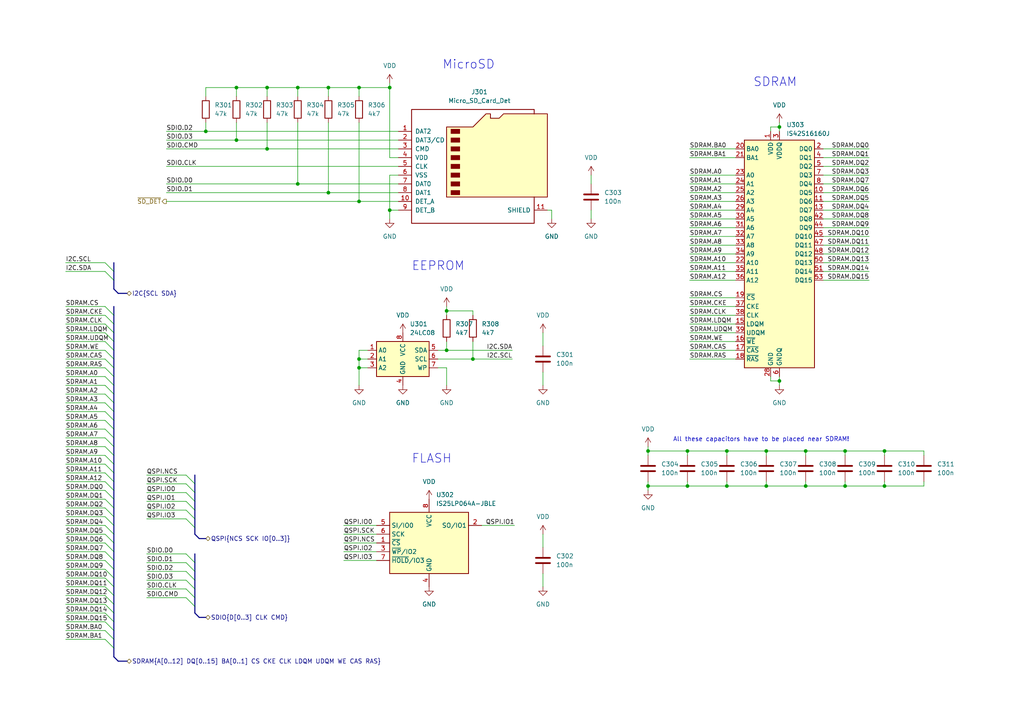
<source format=kicad_sch>
(kicad_sch (version 20231120) (generator "eeschema") (generator_version "8.0")
  (paper "A4")
  (title_block (title "STLinux") (date "2024-08-10") (rev "1.1"))
  (lib_symbols
    (symbol "Connector:Micro_SD_Card_Det" (pin_names (offset 1.016))
      (property "Reference" "J" (at -16.51 17.78 0))
      (property "Value" "Micro_SD_Card_Det" (at 16.51 17.78 0))
      (symbol "Micro_SD_Card_Det_0_1"
        (rectangle (start -7.62 -6.985) (end -5.08 -8.255) (fill (type outline)))
        (rectangle (start -7.62 -4.445) (end -5.08 -5.715) (fill (type outline)))
        (rectangle (start -7.62 -1.905) (end -5.08 -3.175) (fill (type outline)))
        (rectangle (start -7.62 0.635) (end -5.08 -0.635) (fill (type outline)))
        (rectangle (start -7.62 3.175) (end -5.08 1.905) (fill (type outline)))
        (rectangle (start -7.62 5.715) (end -5.08 4.445) (fill (type outline)))
        (rectangle (start -7.62 8.255) (end -5.08 6.985) (fill (type outline)))
        (rectangle (start -7.62 10.795) (end -5.08 9.525) (fill (type outline)))
        (polyline (pts (xy 16.51 15.24) (xy 16.51 16.51) (xy -19.05 16.51) (xy -19.05 -16.51) (xy 16.51 -16.51) (xy 16.51 -8.89)) (stroke (width 0.254)))
        (polyline (pts (xy -8.89 -8.89) (xy -8.89 11.43) (xy -1.27 11.43) (xy 2.54 15.24) (xy 3.81 15.24) (xy 3.81 13.97) (xy 6.35 13.97) (xy 7.62 15.24) (xy 20.32 15.24) (xy 20.32 -8.89) (xy -8.89 -8.89)) (stroke (width 0.254)) (fill (type background)))
      )
      (symbol "Micro_SD_Card_Det_1_1"
        (pin bidirectional line (at -22.86 10.16 0) (length 3.81) (name "DAT2") (number "1"))
        (pin passive line (at -22.86 -10.16 0) (length 3.81) (name "DET_A") (number "10"))
        (pin passive line (at 20.32 -12.7 180) (length 3.81) (name "SHIELD") (number "11"))
        (pin bidirectional line (at -22.86 7.62 0) (length 3.81) (name "DAT3/CD") (number "2"))
        (pin input line (at -22.86 5.08 0) (length 3.81) (name "CMD") (number "3"))
        (pin power_in line (at -22.86 2.54 0) (length 3.81) (name "VDD") (number "4"))
        (pin input line (at -22.86 0 0) (length 3.81) (name "CLK") (number "5"))
        (pin power_in line (at -22.86 -2.54 0) (length 3.81) (name "VSS") (number "6"))
        (pin bidirectional line (at -22.86 -5.08 0) (length 3.81) (name "DAT0") (number "7"))
        (pin bidirectional line (at -22.86 -7.62 0) (length 3.81) (name "DAT1") (number "8"))
        (pin passive line (at -22.86 -12.7 0) (length 3.81) (name "DET_B") (number "9"))
      )
    )
    (symbol "Device:C" (pin_numbers hide) (pin_names (offset 0.254))
      (property "Reference" "C" (at 0.635 2.54 0))
      (property "Value" "C" (at 0.635 -2.54 0))
      (symbol "C_0_1"
        (polyline (pts (xy -2.032 -0.762) (xy 2.032 -0.762)) (stroke (width 0.508)))
        (polyline (pts (xy -2.032 0.762) (xy 2.032 0.762)) (stroke (width 0.508)))
      )
      (symbol "C_1_1"
        (pin passive line (at 0 3.81 270) (length 2.794) (name "~") (number "1"))
        (pin passive line (at 0 -3.81 90) (length 2.794) (name "~") (number "2"))
      )
    )
    (symbol "Device:R" (pin_numbers hide) (pin_names (offset 0))
      (property "Reference" "R" (at 2.032 0 90))
      (property "Value" "R" (at 0 0 90))
      (symbol "R_0_1"
        (rectangle (start -1.016 -2.54) (end 1.016 2.54) (stroke (width 0.254)))
      )
      (symbol "R_1_1"
        (pin passive line (at 0 3.81 270) (length 1.27) (name "~") (number "1"))
        (pin passive line (at 0 -3.81 90) (length 1.27) (name "~") (number "2"))
      )
    )
    (symbol "Memory_EEPROM:24LC08"
      (property "Reference" "U" (at -6.35 6.35 0))
      (property "Value" "24LC08" (at 1.27 6.35 0))
      (symbol "24LC08_1_1"
        (rectangle (start -7.62 5.08) (end 7.62 -5.08) (stroke (width 0.254)) (fill (type background)))
        (pin input line (at -10.16 2.54 0) (length 2.54) (name "A0") (number "1"))
        (pin input line (at -10.16 0 0) (length 2.54) (name "A1") (number "2"))
        (pin input line (at -10.16 -2.54 0) (length 2.54) (name "A2") (number "3"))
        (pin power_in line (at 0 -7.62 90) (length 2.54) (name "GND") (number "4"))
        (pin bidirectional line (at 10.16 2.54 180) (length 2.54) (name "SDA") (number "5"))
        (pin input line (at 10.16 0 180) (length 2.54) (name "SCL") (number "6"))
        (pin input line (at 10.16 -2.54 180) (length 2.54) (name "WP") (number "7"))
        (pin power_in line (at 0 7.62 270) (length 2.54) (name "VCC") (number "8"))
      )
    )
    (symbol "Memory_Flash:AT25SF081-SSHD-X"
      (property "Reference" "U" (at 2.54 12.7 0))
      (property "Value" "AT25SF081-SSHD-X" (at 10.16 10.16 0))
      (symbol "AT25SF081-SSHD-X_1_1"
        (rectangle (start -11.43 8.89) (end 11.43 -8.89) (stroke (width 0.254)) (fill (type background)))
        (pin input line (at -15.24 0 0) (length 3.81) (name "~{CS}") (number "1"))
        (pin bidirectional line (at 15.24 5.08 180) (length 3.81) (name "SO/IO1") (number "2"))
        (pin bidirectional line (at -15.24 -2.54 0) (length 3.81) (name "~{WP}/IO2") (number "3"))
        (pin power_in line (at 0 -12.7 90) (length 3.81) (name "GND") (number "4"))
        (pin bidirectional line (at -15.24 5.08 0) (length 3.81) (name "SI/IO0") (number "5"))
        (pin input line (at -15.24 2.54 0) (length 3.81) (name "SCK") (number "6"))
        (pin bidirectional line (at -15.24 -5.08 0) (length 3.81) (name "~{HOLD}/IO3") (number "7"))
        (pin power_in line (at 0 12.7 270) (length 3.81) (name "VCC") (number "8"))
      )
    )
    (symbol "issi:IS42S16160B-7TL"
      (property "Reference" "U" (at -8.89 34.29 0))
      (property "Value" "IS42S16160B-7TL" (at 8.89 34.29 0))
      (symbol "IS42S16160B-7TL_1_1"
        (rectangle (start -10.16 33.02) (end 10.16 -33.02) (stroke (width 0.254)) (fill (type background)))
        (pin power_in line (at -2.54 35.56 270) (length 2.54) (name "VDD") (number "1"))
        (pin bidirectional line (at 12.7 17.78 180) (length 2.54) (name "DQ5") (number "10"))
        (pin bidirectional line (at 12.7 15.24 180) (length 2.54) (name "DQ6") (number "11"))
        (pin passive line (at 0 -35.56 90) (length 2.54) hide (name "GNDQ") (number "12"))
        (pin bidirectional line (at 12.7 12.7 180) (length 2.54) (name "DQ7") (number "13"))
        (pin passive line (at -2.54 35.56 270) (length 2.54) hide (name "VDD") (number "14"))
        (pin input line (at -12.7 -20.32 0) (length 2.54) (name "LDQM") (number "15"))
        (pin input line (at -12.7 -25.4 0) (length 2.54) (name "~{WE}") (number "16"))
        (pin input line (at -12.7 -27.94 0) (length 2.54) (name "~{CAS}") (number "17"))
        (pin input line (at -12.7 -30.48 0) (length 2.54) (name "~{RAS}") (number "18"))
        (pin input line (at -12.7 -12.7 0) (length 2.54) (name "~{CS}") (number "19"))
        (pin bidirectional line (at 12.7 30.48 180) (length 2.54) (name "DQ0") (number "2"))
        (pin input line (at -12.7 30.48 0) (length 2.54) (name "BA0") (number "20"))
        (pin input line (at -12.7 27.94 0) (length 2.54) (name "BA1") (number "21"))
        (pin input line (at -12.7 -2.54 0) (length 2.54) (name "A10") (number "22"))
        (pin input line (at -12.7 22.86 0) (length 2.54) (name "A0") (number "23"))
        (pin input line (at -12.7 20.32 0) (length 2.54) (name "A1") (number "24"))
        (pin input line (at -12.7 17.78 0) (length 2.54) (name "A2") (number "25"))
        (pin input line (at -12.7 15.24 0) (length 2.54) (name "A3") (number "26"))
        (pin passive line (at -2.54 35.56 270) (length 2.54) hide (name "VDD") (number "27"))
        (pin power_in line (at -2.54 -35.56 90) (length 2.54) (name "GND") (number "28"))
        (pin input line (at -12.7 12.7 0) (length 2.54) (name "A4") (number "29"))
        (pin power_in line (at 0 35.56 270) (length 2.54) (name "VDDQ") (number "3"))
        (pin input line (at -12.7 10.16 0) (length 2.54) (name "A5") (number "30"))
        (pin input line (at -12.7 7.62 0) (length 2.54) (name "A6") (number "31"))
        (pin input line (at -12.7 5.08 0) (length 2.54) (name "A7") (number "32"))
        (pin input line (at -12.7 2.54 0) (length 2.54) (name "A8") (number "33"))
        (pin input line (at -12.7 0 0) (length 2.54) (name "A9") (number "34"))
        (pin input line (at -12.7 -5.08 0) (length 2.54) (name "A11") (number "35"))
        (pin input line (at -12.7 -7.62 0) (length 2.54) (name "A12") (number "36"))
        (pin input line (at -12.7 -15.24 0) (length 2.54) (name "CKE") (number "37"))
        (pin input line (at -12.7 -17.78 0) (length 2.54) (name "CLK") (number "38"))
        (pin input line (at -12.7 -22.86 0) (length 2.54) (name "UDQM") (number "39"))
        (pin bidirectional line (at 12.7 27.94 180) (length 2.54) (name "DQ1") (number "4"))
        (pin no_connect line (at 10.16 -20.32 180) (length 2.54) hide (name "NC") (number "40"))
        (pin passive line (at -2.54 -35.56 90) (length 2.54) hide (name "GND") (number "41"))
        (pin bidirectional line (at 12.7 10.16 180) (length 2.54) (name "DQ8") (number "42"))
        (pin passive line (at 0 35.56 270) (length 2.54) hide (name "VDDQ") (number "43"))
        (pin bidirectional line (at 12.7 7.62 180) (length 2.54) (name "DQ9") (number "44"))
        (pin bidirectional line (at 12.7 5.08 180) (length 2.54) (name "DQ10") (number "45"))
        (pin passive line (at 0 -35.56 90) (length 2.54) hide (name "GNDQ") (number "46"))
        (pin bidirectional line (at 12.7 2.54 180) (length 2.54) (name "DQ11") (number "47"))
        (pin bidirectional line (at 12.7 0 180) (length 2.54) (name "DQ12") (number "48"))
        (pin passive line (at 0 35.56 270) (length 2.54) hide (name "VDDQ") (number "49"))
        (pin bidirectional line (at 12.7 25.4 180) (length 2.54) (name "DQ2") (number "5"))
        (pin bidirectional line (at 12.7 -2.54 180) (length 2.54) (name "DQ13") (number "50"))
        (pin bidirectional line (at 12.7 -5.08 180) (length 2.54) (name "DQ14") (number "51"))
        (pin passive line (at 0 -35.56 90) (length 2.54) hide (name "GNDQ") (number "52"))
        (pin bidirectional line (at 12.7 -7.62 180) (length 2.54) (name "DQ15") (number "53"))
        (pin passive line (at -2.54 -35.56 90) (length 2.54) hide (name "GND") (number "54"))
        (pin power_in line (at 0 -35.56 90) (length 2.54) (name "GNDQ") (number "6"))
        (pin bidirectional line (at 12.7 22.86 180) (length 2.54) (name "DQ3") (number "7"))
        (pin bidirectional line (at 12.7 20.32 180) (length 2.54) (name "DQ4") (number "8"))
        (pin passive line (at 0 35.56 270) (length 2.54) hide (name "VDDQ") (number "9"))
      )
    )
    (symbol "power:GND" (power) (pin_names (offset 0))
      (property "Value" "GND" (at 0 -3.81 0))
      (symbol "GND_0_1"
        (polyline (pts (xy 0 0) (xy 0 -1.27) (xy 1.27 -1.27) (xy 0 -2.54) (xy -1.27 -1.27) (xy 0 -1.27)))
      )
      (symbol "GND_1_1"
        (pin power_in line (at 0 0 270) (length 0) hide (name "GND") (number "1"))
      )
    )
    (symbol "power:VDD" (power) (pin_names (offset 0))
      (property "Value" "VDD" (at 0 3.81 0))
      (symbol "VDD_0_1"
        (polyline (pts (xy -0.762 1.27) (xy 0 2.54)))
        (polyline (pts (xy 0 0) (xy 0 2.54)))
        (polyline (pts (xy 0 2.54) (xy 0.762 1.27)))
      )
      (symbol "VDD_1_1"
        (pin power_in line (at 0 0 90) (length 0) hide (name "VDD") (number "1"))
      )
    )
  )
  (junction (at 210.82 130.81))
  (junction (at 104.14 106.68))
  (junction (at 86.36 53.34))
  (junction (at 187.96 140.97))
  (junction (at 68.58 25.4))
  (junction (at 77.47 43.18))
  (junction (at 104.14 104.14))
  (junction (at 77.47 25.4))
  (junction (at 137.16 104.14))
  (junction (at 199.39 140.97))
  (junction (at 95.25 25.4))
  (junction (at 113.03 60.96))
  (junction (at 199.39 130.81))
  (junction (at 226.06 110.49))
  (junction (at 210.82 140.97))
  (junction (at 256.54 140.97))
  (junction (at 59.69 38.1))
  (junction (at 233.68 130.81))
  (junction (at 222.25 130.81))
  (junction (at 86.36 25.4))
  (junction (at 68.58 40.64))
  (junction (at 104.14 58.42))
  (junction (at 95.25 55.88))
  (junction (at 233.68 140.97))
  (junction (at 104.14 25.4))
  (junction (at 187.96 130.81))
  (junction (at 129.54 90.17))
  (junction (at 245.11 130.81))
  (junction (at 222.25 140.97))
  (junction (at 226.06 36.83))
  (junction (at 129.54 101.6))
  (junction (at 113.03 25.4))
  (junction (at 245.11 140.97))
  (junction (at 256.54 130.81))
  (bus_entry (at 30.48 111.76) (size 2.54 2.54))
  (bus_entry (at 30.48 147.32) (size 2.54 2.54))
  (bus_entry (at 30.48 185.42) (size 2.54 2.54))
  (bus_entry (at 53.975 160.655) (size 2.54 2.54))
  (bus_entry (at 30.48 160.02) (size 2.54 2.54))
  (bus_entry (at 30.48 175.26) (size 2.54 2.54))
  (bus_entry (at 30.48 91.44) (size 2.54 2.54))
  (bus_entry (at 53.975 150.495) (size 2.54 2.54))
  (bus_entry (at 30.48 180.34) (size 2.54 2.54))
  (bus_entry (at 53.975 145.415) (size 2.54 2.54))
  (bus_entry (at 53.975 168.275) (size 2.54 2.54))
  (bus_entry (at 30.48 129.54) (size 2.54 2.54))
  (bus_entry (at 30.48 149.86) (size 2.54 2.54))
  (bus_entry (at 30.48 119.38) (size 2.54 2.54))
  (bus_entry (at 30.48 139.7) (size 2.54 2.54))
  (bus_entry (at 30.48 172.72) (size 2.54 2.54))
  (bus_entry (at 30.48 157.48) (size 2.54 2.54))
  (bus_entry (at 30.48 162.56) (size 2.54 2.54))
  (bus_entry (at 30.48 106.68) (size 2.54 2.54))
  (bus_entry (at 30.48 116.84) (size 2.54 2.54))
  (bus_entry (at 30.48 127) (size 2.54 2.54))
  (bus_entry (at 30.48 152.4) (size 2.54 2.54))
  (bus_entry (at 30.48 109.22) (size 2.54 2.54))
  (bus_entry (at 30.48 104.14) (size 2.54 2.54))
  (bus_entry (at 30.48 167.64) (size 2.54 2.54))
  (bus_entry (at 30.48 132.08) (size 2.54 2.54))
  (bus_entry (at 30.48 154.94) (size 2.54 2.54))
  (bus_entry (at 30.48 99.06) (size 2.54 2.54))
  (bus_entry (at 30.48 88.9) (size 2.54 2.54))
  (bus_entry (at 30.48 78.74) (size 2.54 2.54))
  (bus_entry (at 30.48 101.6) (size 2.54 2.54))
  (bus_entry (at 53.975 147.955) (size 2.54 2.54))
  (bus_entry (at 30.48 114.3) (size 2.54 2.54))
  (bus_entry (at 56.515 140.335) (size -2.54 -2.54))
  (bus_entry (at 53.975 142.875) (size 2.54 2.54))
  (bus_entry (at 53.975 165.735) (size 2.54 2.54))
  (bus_entry (at 30.48 96.52) (size 2.54 2.54))
  (bus_entry (at 30.48 142.24) (size 2.54 2.54))
  (bus_entry (at 30.48 177.8) (size 2.54 2.54))
  (bus_entry (at 53.975 173.355) (size 2.54 2.54))
  (bus_entry (at 56.515 142.875) (size -2.54 -2.54))
  (bus_entry (at 30.48 137.16) (size 2.54 2.54))
  (bus_entry (at 53.975 163.195) (size 2.54 2.54))
  (bus_entry (at 30.48 121.92) (size 2.54 2.54))
  (bus_entry (at 30.48 76.2) (size 2.54 2.54))
  (bus_entry (at 30.48 124.46) (size 2.54 2.54))
  (bus_entry (at 53.975 170.815) (size 2.54 2.54))
  (bus_entry (at 30.48 182.88) (size 2.54 2.54))
  (bus_entry (at 30.48 134.62) (size 2.54 2.54))
  (bus_entry (at 30.48 93.98) (size 2.54 2.54))
  (bus_entry (at 30.48 170.18) (size 2.54 2.54))
  (bus_entry (at 30.48 144.78) (size 2.54 2.54))
  (bus_entry (at 30.48 165.1) (size 2.54 2.54))
  (bus (pts (xy 33.02 76.2) (xy 33.02 78.74)))
  (wire (pts (xy 222.25 130.81) (xy 233.68 130.81)))
  (wire (pts (xy 19.05 160.02) (xy 30.48 160.02)))
  (wire (pts (xy 68.58 25.4) (xy 77.47 25.4)))
  (wire (pts (xy 19.05 180.34) (xy 30.48 180.34)))
  (wire (pts (xy 42.545 170.815) (xy 53.975 170.815)))
  (wire (pts (xy 104.14 106.68) (xy 104.14 111.76)))
  (wire (pts (xy 238.76 73.66) (xy 252.095 73.66)))
  (wire (pts (xy 95.25 25.4) (xy 104.14 25.4)))
  (wire (pts (xy 59.69 35.56) (xy 59.69 38.1)))
  (wire (pts (xy 77.47 25.4) (xy 77.47 27.94)))
  (wire (pts (xy 238.76 66.04) (xy 252.095 66.04)))
  (wire (pts (xy 68.58 40.64) (xy 115.57 40.64)))
  (wire (pts (xy 19.05 134.62) (xy 30.48 134.62)))
  (bus (pts (xy 33.02 180.34) (xy 33.02 182.88)))
  (wire (pts (xy 238.76 78.74) (xy 252.095 78.74)))
  (bus (pts (xy 33.02 134.62) (xy 33.02 137.16)))
  (wire (pts (xy 42.545 163.195) (xy 53.975 163.195)))
  (wire (pts (xy 187.96 130.81) (xy 199.39 130.81)))
  (bus (pts (xy 33.02 121.92) (xy 33.02 124.46)))
  (wire (pts (xy 187.96 140.97) (xy 199.39 140.97)))
  (wire (pts (xy 99.695 160.02) (xy 109.22 160.02)))
  (wire (pts (xy 129.54 101.6) (xy 148.59 101.6)))
  (wire (pts (xy 129.54 90.17) (xy 137.16 90.17)))
  (bus (pts (xy 33.02 162.56) (xy 33.02 165.1)))
  (wire (pts (xy 19.05 127) (xy 30.48 127)))
  (bus (pts (xy 33.02 111.76) (xy 33.02 114.3)))
  (wire (pts (xy 199.39 130.81) (xy 210.82 130.81)))
  (wire (pts (xy 187.96 140.97) (xy 187.96 142.24)))
  (wire (pts (xy 200.025 96.52) (xy 213.36 96.52)))
  (wire (pts (xy 129.54 88.9) (xy 129.54 90.17)))
  (bus (pts (xy 33.02 137.16) (xy 33.02 139.7)))
  (bus (pts (xy 33.02 129.54) (xy 33.02 132.08)))
  (wire (pts (xy 99.695 157.48) (xy 109.22 157.48)))
  (bus (pts (xy 33.02 149.86) (xy 33.02 152.4)))
  (wire (pts (xy 99.695 162.56) (xy 109.22 162.56)))
  (wire (pts (xy 238.76 63.5) (xy 252.095 63.5)))
  (wire (pts (xy 104.14 106.68) (xy 106.68 106.68)))
  (wire (pts (xy 30.48 99.06) (xy 19.05 99.06)))
  (bus (pts (xy 33.02 142.24) (xy 33.02 144.78)))
  (wire (pts (xy 48.26 38.1) (xy 59.69 38.1)))
  (bus (pts (xy 33.02 165.1) (xy 33.02 167.64)))
  (wire (pts (xy 200.025 91.44) (xy 213.36 91.44)))
  (wire (pts (xy 238.76 76.2) (xy 252.095 76.2)))
  (wire (pts (xy 238.76 53.34) (xy 252.095 53.34)))
  (wire (pts (xy 200.025 60.96) (xy 213.36 60.96)))
  (bus (pts (xy 33.02 109.22) (xy 33.02 111.76)))
  (wire (pts (xy 222.25 140.97) (xy 233.68 140.97)))
  (bus (pts (xy 33.02 154.94) (xy 33.02 157.48)))
  (bus (pts (xy 33.02 144.78) (xy 33.02 147.32)))
  (wire (pts (xy 42.545 137.795) (xy 53.975 137.795)))
  (wire (pts (xy 19.05 114.3) (xy 30.48 114.3)))
  (wire (pts (xy 19.05 177.8) (xy 30.48 177.8)))
  (wire (pts (xy 187.96 139.7) (xy 187.96 140.97)))
  (bus (pts (xy 33.02 104.14) (xy 33.02 106.68)))
  (wire (pts (xy 19.05 132.08) (xy 30.48 132.08)))
  (bus (pts (xy 33.02 147.32) (xy 33.02 149.86)))
  (wire (pts (xy 157.48 107.95) (xy 157.48 111.76)))
  (bus (pts (xy 33.02 99.06) (xy 33.02 101.6)))
  (bus (pts (xy 33.02 124.46) (xy 33.02 127)))
  (bus (pts (xy 33.02 127) (xy 33.02 129.54)))
  (wire (pts (xy 200.025 71.12) (xy 213.36 71.12)))
  (wire (pts (xy 171.45 50.8) (xy 171.45 53.34)))
  (bus (pts (xy 56.515 165.735) (xy 56.515 168.275)))
  (wire (pts (xy 19.05 124.46) (xy 30.48 124.46)))
  (wire (pts (xy 115.57 45.72) (xy 113.03 45.72)))
  (wire (pts (xy 210.82 130.81) (xy 210.82 132.08)))
  (wire (pts (xy 19.05 144.78) (xy 30.48 144.78)))
  (wire (pts (xy 200.025 81.28) (xy 213.36 81.28)))
  (wire (pts (xy 238.76 45.72) (xy 252.095 45.72)))
  (wire (pts (xy 113.03 50.8) (xy 113.03 60.96)))
  (wire (pts (xy 48.26 58.42) (xy 104.14 58.42)))
  (wire (pts (xy 238.76 71.12) (xy 252.095 71.12)))
  (wire (pts (xy 199.39 130.81) (xy 199.39 132.08)))
  (wire (pts (xy 127 104.14) (xy 137.16 104.14)))
  (wire (pts (xy 226.06 110.49) (xy 226.06 111.76)))
  (wire (pts (xy 30.48 104.14) (xy 19.05 104.14)))
  (wire (pts (xy 86.36 35.56) (xy 86.36 53.34)))
  (wire (pts (xy 256.54 130.81) (xy 256.54 132.08)))
  (wire (pts (xy 19.05 129.54) (xy 30.48 129.54)))
  (bus (pts (xy 33.02 190.5) (xy 34.29 191.77)))
  (bus (pts (xy 56.515 142.875) (xy 56.515 145.415)))
  (bus (pts (xy 56.515 163.195) (xy 56.515 165.735)))
  (bus (pts (xy 33.02 167.64) (xy 33.02 170.18)))
  (wire (pts (xy 245.11 130.81) (xy 256.54 130.81)))
  (wire (pts (xy 199.39 139.7) (xy 199.39 140.97)))
  (wire (pts (xy 19.05 182.88) (xy 30.48 182.88)))
  (wire (pts (xy 113.03 60.96) (xy 115.57 60.96)))
  (wire (pts (xy 210.82 140.97) (xy 222.25 140.97)))
  (wire (pts (xy 245.11 130.81) (xy 245.11 132.08)))
  (wire (pts (xy 171.45 60.96) (xy 171.45 63.5)))
  (wire (pts (xy 77.47 43.18) (xy 115.57 43.18)))
  (wire (pts (xy 267.97 139.7) (xy 267.97 140.97)))
  (wire (pts (xy 238.76 68.58) (xy 252.095 68.58)))
  (wire (pts (xy 226.06 109.22) (xy 226.06 110.49)))
  (bus (pts (xy 33.02 93.98) (xy 33.02 96.52)))
  (bus (pts (xy 33.02 160.02) (xy 33.02 162.56)))
  (wire (pts (xy 104.14 101.6) (xy 104.14 104.14)))
  (wire (pts (xy 226.06 36.83) (xy 226.06 38.1)))
  (bus (pts (xy 33.02 170.18) (xy 33.02 172.72)))
  (wire (pts (xy 199.39 140.97) (xy 210.82 140.97)))
  (wire (pts (xy 200.025 88.9) (xy 213.36 88.9)))
  (wire (pts (xy 48.26 43.18) (xy 77.47 43.18)))
  (bus (pts (xy 57.785 179.07) (xy 59.69 179.07)))
  (bus (pts (xy 56.515 173.355) (xy 56.515 175.895)))
  (bus (pts (xy 33.02 81.28) (xy 33.02 83.82)))
  (wire (pts (xy 222.25 130.81) (xy 222.25 132.08)))
  (wire (pts (xy 19.05 76.2) (xy 30.48 76.2)))
  (wire (pts (xy 200.025 68.58) (xy 213.36 68.58)))
  (bus (pts (xy 56.515 153.035) (xy 56.515 154.94)))
  (wire (pts (xy 210.82 130.81) (xy 222.25 130.81)))
  (wire (pts (xy 19.05 172.72) (xy 30.48 172.72)))
  (wire (pts (xy 222.25 139.7) (xy 222.25 140.97)))
  (wire (pts (xy 42.545 150.495) (xy 53.975 150.495)))
  (wire (pts (xy 137.16 99.06) (xy 137.16 104.14)))
  (wire (pts (xy 200.025 53.34) (xy 213.36 53.34)))
  (wire (pts (xy 42.545 168.275) (xy 53.975 168.275)))
  (wire (pts (xy 104.14 25.4) (xy 104.14 27.94)))
  (bus (pts (xy 33.02 101.6) (xy 33.02 104.14)))
  (wire (pts (xy 200.025 50.8) (xy 213.36 50.8)))
  (bus (pts (xy 33.02 83.82) (xy 34.29 85.09)))
  (wire (pts (xy 48.26 55.88) (xy 95.25 55.88)))
  (bus (pts (xy 57.785 156.21) (xy 59.69 156.21)))
  (wire (pts (xy 77.47 35.56) (xy 77.47 43.18)))
  (bus (pts (xy 56.515 170.815) (xy 56.515 173.355)))
  (wire (pts (xy 99.695 154.94) (xy 109.22 154.94)))
  (wire (pts (xy 113.03 50.8) (xy 115.57 50.8)))
  (wire (pts (xy 226.06 35.56) (xy 226.06 36.83)))
  (bus (pts (xy 33.02 96.52) (xy 33.02 99.06)))
  (bus (pts (xy 33.02 114.3) (xy 33.02 116.84)))
  (wire (pts (xy 19.05 116.84) (xy 30.48 116.84)))
  (bus (pts (xy 56.515 160.655) (xy 56.515 163.195)))
  (wire (pts (xy 200.025 104.14) (xy 213.36 104.14)))
  (wire (pts (xy 30.48 101.6) (xy 19.05 101.6)))
  (wire (pts (xy 42.545 173.355) (xy 53.975 173.355)))
  (wire (pts (xy 59.69 25.4) (xy 68.58 25.4)))
  (wire (pts (xy 238.76 50.8) (xy 252.095 50.8)))
  (bus (pts (xy 33.02 116.84) (xy 33.02 119.38)))
  (wire (pts (xy 200.025 43.18) (xy 213.36 43.18)))
  (bus (pts (xy 33.02 185.42) (xy 33.02 187.96)))
  (wire (pts (xy 223.52 36.83) (xy 223.52 38.1)))
  (wire (pts (xy 19.05 119.38) (xy 30.48 119.38)))
  (wire (pts (xy 267.97 130.81) (xy 267.97 132.08)))
  (wire (pts (xy 68.58 35.56) (xy 68.58 40.64)))
  (wire (pts (xy 200.025 99.06) (xy 213.36 99.06)))
  (bus (pts (xy 33.02 175.26) (xy 33.02 177.8)))
  (bus (pts (xy 56.515 147.955) (xy 56.515 150.495)))
  (bus (pts (xy 56.515 177.8) (xy 57.785 179.07)))
  (wire (pts (xy 19.05 170.18) (xy 30.48 170.18)))
  (wire (pts (xy 226.06 36.83) (xy 223.52 36.83)))
  (bus (pts (xy 56.515 168.275) (xy 56.515 170.815)))
  (wire (pts (xy 59.69 27.94) (xy 59.69 25.4)))
  (wire (pts (xy 19.05 137.16) (xy 30.48 137.16)))
  (wire (pts (xy 160.02 60.96) (xy 160.02 63.5)))
  (bus (pts (xy 33.02 78.74) (xy 33.02 81.28)))
  (bus (pts (xy 34.29 191.77) (xy 36.83 191.77)))
  (wire (pts (xy 256.54 139.7) (xy 256.54 140.97)))
  (wire (pts (xy 223.52 109.22) (xy 223.52 110.49)))
  (wire (pts (xy 104.14 58.42) (xy 115.57 58.42)))
  (wire (pts (xy 19.05 147.32) (xy 30.48 147.32)))
  (wire (pts (xy 226.06 110.49) (xy 223.52 110.49)))
  (bus (pts (xy 33.02 182.88) (xy 33.02 185.42)))
  (wire (pts (xy 157.48 166.37) (xy 157.48 170.18)))
  (bus (pts (xy 33.02 106.68) (xy 33.02 109.22)))
  (wire (pts (xy 238.76 43.18) (xy 252.095 43.18)))
  (wire (pts (xy 200.025 73.66) (xy 213.36 73.66)))
  (bus (pts (xy 33.02 119.38) (xy 33.02 121.92)))
  (wire (pts (xy 238.76 81.28) (xy 252.095 81.28)))
  (wire (pts (xy 19.05 162.56) (xy 30.48 162.56)))
  (wire (pts (xy 200.025 76.2) (xy 213.36 76.2)))
  (wire (pts (xy 200.025 78.74) (xy 213.36 78.74)))
  (wire (pts (xy 104.14 35.56) (xy 104.14 58.42)))
  (bus (pts (xy 33.02 88.9) (xy 33.02 91.44)))
  (wire (pts (xy 48.26 53.34) (xy 86.36 53.34)))
  (wire (pts (xy 48.26 48.26) (xy 115.57 48.26)))
  (wire (pts (xy 187.96 132.08) (xy 187.96 130.81)))
  (wire (pts (xy 30.48 91.44) (xy 19.05 91.44)))
  (wire (pts (xy 256.54 140.97) (xy 267.97 140.97)))
  (wire (pts (xy 127 101.6) (xy 129.54 101.6)))
  (wire (pts (xy 86.36 53.34) (xy 115.57 53.34)))
  (bus (pts (xy 56.515 150.495) (xy 56.515 153.035)))
  (wire (pts (xy 19.05 109.22) (xy 30.48 109.22)))
  (bus (pts (xy 34.29 85.09) (xy 36.83 85.09)))
  (wire (pts (xy 68.58 25.4) (xy 68.58 27.94)))
  (wire (pts (xy 113.03 25.4) (xy 113.03 45.72)))
  (bus (pts (xy 56.515 137.795) (xy 56.515 140.335)))
  (wire (pts (xy 104.14 104.14) (xy 104.14 106.68)))
  (wire (pts (xy 200.025 101.6) (xy 213.36 101.6)))
  (wire (pts (xy 42.545 165.735) (xy 53.975 165.735)))
  (wire (pts (xy 99.695 152.4) (xy 109.22 152.4)))
  (wire (pts (xy 19.05 88.9) (xy 30.48 88.9)))
  (bus (pts (xy 33.02 139.7) (xy 33.02 142.24)))
  (wire (pts (xy 19.05 78.74) (xy 30.48 78.74)))
  (wire (pts (xy 238.76 60.96) (xy 252.095 60.96)))
  (wire (pts (xy 19.05 111.76) (xy 30.48 111.76)))
  (bus (pts (xy 33.02 132.08) (xy 33.02 134.62)))
  (bus (pts (xy 33.02 177.8) (xy 33.02 180.34)))
  (bus (pts (xy 56.515 140.335) (xy 56.515 142.875)))
  (wire (pts (xy 104.14 25.4) (xy 113.03 25.4)))
  (bus (pts (xy 56.515 154.94) (xy 57.785 156.21)))
  (wire (pts (xy 233.68 130.81) (xy 245.11 130.81)))
  (wire (pts (xy 245.11 140.97) (xy 256.54 140.97)))
  (wire (pts (xy 95.25 35.56) (xy 95.25 55.88)))
  (wire (pts (xy 200.025 63.5) (xy 213.36 63.5)))
  (wire (pts (xy 129.54 106.68) (xy 129.54 111.76)))
  (bus (pts (xy 56.515 145.415) (xy 56.515 147.955)))
  (wire (pts (xy 42.545 147.955) (xy 53.975 147.955)))
  (wire (pts (xy 137.16 90.17) (xy 137.16 91.44)))
  (wire (pts (xy 48.26 40.64) (xy 68.58 40.64)))
  (wire (pts (xy 19.05 167.64) (xy 30.48 167.64)))
  (wire (pts (xy 19.05 175.26) (xy 30.48 175.26)))
  (wire (pts (xy 19.05 139.7) (xy 30.48 139.7)))
  (wire (pts (xy 106.68 101.6) (xy 104.14 101.6)))
  (wire (pts (xy 238.76 55.88) (xy 252.095 55.88)))
  (bus (pts (xy 33.02 91.44) (xy 33.02 93.98)))
  (wire (pts (xy 19.05 121.92) (xy 30.48 121.92)))
  (wire (pts (xy 200.025 45.72) (xy 213.36 45.72)))
  (wire (pts (xy 42.545 160.655) (xy 53.975 160.655)))
  (wire (pts (xy 42.545 145.415) (xy 53.975 145.415)))
  (bus (pts (xy 33.02 157.48) (xy 33.02 160.02)))
  (wire (pts (xy 30.48 96.52) (xy 19.05 96.52)))
  (wire (pts (xy 139.7 152.4) (xy 149.225 152.4)))
  (bus (pts (xy 56.515 175.895) (xy 56.515 177.8)))
  (wire (pts (xy 200.025 55.88) (xy 213.36 55.88)))
  (wire (pts (xy 200.025 58.42) (xy 213.36 58.42)))
  (wire (pts (xy 238.76 48.26) (xy 252.095 48.26)))
  (wire (pts (xy 113.03 24.13) (xy 113.03 25.4)))
  (wire (pts (xy 127 106.68) (xy 129.54 106.68)))
  (wire (pts (xy 19.05 185.42) (xy 30.48 185.42)))
  (wire (pts (xy 86.36 25.4) (xy 86.36 27.94)))
  (wire (pts (xy 187.96 129.54) (xy 187.96 130.81)))
  (wire (pts (xy 245.11 139.7) (xy 245.11 140.97)))
  (wire (pts (xy 157.48 154.94) (xy 157.48 158.75)))
  (wire (pts (xy 158.75 60.96) (xy 160.02 60.96)))
  (wire (pts (xy 86.36 25.4) (xy 95.25 25.4)))
  (wire (pts (xy 19.05 154.94) (xy 30.48 154.94)))
  (wire (pts (xy 19.05 165.1) (xy 30.48 165.1)))
  (wire (pts (xy 200.025 93.98) (xy 213.36 93.98)))
  (wire (pts (xy 19.05 149.86) (xy 30.48 149.86)))
  (wire (pts (xy 95.25 25.4) (xy 95.25 27.94)))
  (wire (pts (xy 210.82 139.7) (xy 210.82 140.97)))
  (wire (pts (xy 30.48 93.98) (xy 19.05 93.98)))
  (wire (pts (xy 200.025 66.04) (xy 213.36 66.04)))
  (wire (pts (xy 30.48 106.68) (xy 19.05 106.68)))
  (wire (pts (xy 19.05 142.24) (xy 30.48 142.24)))
  (bus (pts (xy 33.02 187.96) (xy 33.02 190.5)))
  (wire (pts (xy 233.68 130.81) (xy 233.68 132.08)))
  (wire (pts (xy 59.69 38.1) (xy 115.57 38.1)))
  (bus (pts (xy 33.02 172.72) (xy 33.02 175.26)))
  (wire (pts (xy 129.54 99.06) (xy 129.54 101.6)))
  (bus (pts (xy 33.02 152.4) (xy 33.02 154.94)))
  (wire (pts (xy 104.14 104.14) (xy 106.68 104.14)))
  (wire (pts (xy 19.05 152.4) (xy 30.48 152.4)))
  (wire (pts (xy 137.16 104.14) (xy 148.59 104.14)))
  (wire (pts (xy 157.48 96.52) (xy 157.48 100.33)))
  (wire (pts (xy 19.05 157.48) (xy 30.48 157.48)))
  (wire (pts (xy 129.54 90.17) (xy 129.54 91.44)))
  (wire (pts (xy 256.54 130.81) (xy 267.97 130.81)))
  (wire (pts (xy 95.25 55.88) (xy 115.57 55.88)))
  (wire (pts (xy 77.47 25.4) (xy 86.36 25.4)))
  (wire (pts (xy 233.68 139.7) (xy 233.68 140.97)))
  (wire (pts (xy 42.545 142.875) (xy 53.975 142.875)))
  (wire (pts (xy 238.76 58.42) (xy 252.095 58.42)))
  (wire (pts (xy 233.68 140.97) (xy 245.11 140.97)))
  (wire (pts (xy 200.025 86.36) (xy 213.36 86.36)))
  (wire (pts (xy 42.545 140.335) (xy 53.975 140.335)))
  (wire (pts (xy 113.03 60.96) (xy 113.03 63.5)))
  (text "EEPROM" (at 119.38 78.74 0) (effects (font (size 2.54 2.54)) (justify left bottom)))
  (text "All these capacitors have to be placed near SDRAM!" (at 246.38 128.27 0) (effects (font (size 1.27 1.27)) (justify right bottom)))
  (text "FLASH\n" (at 119.38 134.62 0) (effects (font (size 2.54 2.54)) (justify left bottom)))
  (text "MicroSD\n" (at 128.27 20.32 0) (effects (font (size 2.54 2.54)) (justify left bottom)))
  (text "SDRAM\n" (at 218.44 25.4 0) (effects (font (size 2.54 2.54)) (justify left bottom)))
  (label "SDRAM.DQ13" (at 252.095 76.2 180))
  (label "SDRAM.DQ13" (at 19.05 175.26 0))
  (label "SDRAM.DQ3" (at 19.05 149.86 0))
  (label "SDRAM.DQ4" (at 252.095 60.96 180))
  (label "SDRAM.LDQM" (at 200.025 93.98 0))
  (label "SDRAM.DQ5" (at 252.095 58.42 180))
  (label "SDIO.CMD" (at 42.545 173.355 0))
  (label "SDRAM.CLK" (at 19.05 93.98 0))
  (label "SDRAM.DQ5" (at 19.05 154.94 0))
  (label "SDRAM.DQ6" (at 19.05 157.48 0))
  (label "SDRAM.A2" (at 200.025 55.88 0))
  (label "SDRAM.A5" (at 200.025 63.5 0))
  (label "SDRAM.DQ2" (at 19.05 147.32 0))
  (label "SDRAM.DQ7" (at 19.05 160.02 0))
  (label "SDRAM.DQ8" (at 19.05 162.56 0))
  (label "I2C.SCL" (at 148.59 104.14 180))
  (label "SDRAM.BA1" (at 200.025 45.72 0))
  (label "SDRAM.CKE" (at 19.05 91.44 0))
  (label "SDRAM.A8" (at 19.05 129.54 0))
  (label "QSPI.IO1" (at 42.545 145.415 0))
  (label "SDRAM.DQ0" (at 252.095 43.18 180))
  (label "SDRAM.DQ11" (at 19.05 170.18 0))
  (label "QSPI.SCK" (at 99.695 154.94 0))
  (label "SDIO.CMD" (at 48.26 43.18 0))
  (label "SDRAM.DQ1" (at 252.095 45.72 180))
  (label "QSPI.IO2" (at 42.545 147.955 0))
  (label "SDRAM.A3" (at 19.05 116.84 0))
  (label "SDRAM.A10" (at 200.025 76.2 0))
  (label "QSPI.IO0" (at 42.545 142.875 0))
  (label "SDRAM.CS" (at 19.05 88.9 0))
  (label "SDRAM.A6" (at 200.025 66.04 0))
  (label "SDRAM.A4" (at 200.025 60.96 0))
  (label "QSPI.NCS" (at 99.695 157.48 0))
  (label "SDRAM.CAS" (at 19.05 104.14 0))
  (label "SDRAM.CLK" (at 200.025 91.44 0))
  (label "SDRAM.DQ10" (at 252.095 68.58 180))
  (label "SDRAM.A11" (at 19.05 137.16 0))
  (label "QSPI.IO3" (at 99.695 162.56 0))
  (label "SDRAM.CKE" (at 200.025 88.9 0))
  (label "SDRAM.RAS" (at 200.025 104.14 0))
  (label "SDRAM.A5" (at 19.05 121.92 0))
  (label "SDRAM.DQ14" (at 252.095 78.74 180))
  (label "SDRAM.A7" (at 19.05 127 0))
  (label "SDRAM.LDQM" (at 19.05 96.52 0))
  (label "SDRAM.CS" (at 200.025 86.36 0))
  (label "SDRAM.A9" (at 200.025 73.66 0))
  (label "I2C.SDA" (at 19.05 78.74 0))
  (label "SDRAM.WE" (at 19.05 101.6 0))
  (label "SDRAM.WE" (at 200.025 99.06 0))
  (label "I2C.SCL" (at 19.05 76.2 0))
  (label "SDRAM.DQ4" (at 19.05 152.4 0))
  (label "QSPI.NCS" (at 42.545 137.795 0))
  (label "SDRAM.A6" (at 19.05 124.46 0))
  (label "QSPI.IO3" (at 42.545 150.495 0))
  (label "SDRAM.A8" (at 200.025 71.12 0))
  (label "SDRAM.CAS" (at 200.025 101.6 0))
  (label "SDRAM.A1" (at 19.05 111.76 0))
  (label "SDRAM.A7" (at 200.025 68.58 0))
  (label "SDRAM.DQ7" (at 252.095 53.34 180))
  (label "I2C.SDA" (at 148.59 101.6 180))
  (label "SDRAM.A12" (at 200.025 81.28 0))
  (label "SDRAM.DQ0" (at 19.05 142.24 0))
  (label "SDRAM.A0" (at 19.05 109.22 0))
  (label "SDIO.CLK" (at 48.26 48.26 0))
  (label "SDRAM.A9" (at 19.05 132.08 0))
  (label "SDRAM.DQ15" (at 19.05 180.34 0))
  (label "SDRAM.DQ2" (at 252.095 48.26 180))
  (label "SDRAM.RAS" (at 19.05 106.68 0))
  (label "SDRAM.UDQM" (at 200.025 96.52 0))
  (label "SDRAM.DQ6" (at 252.095 55.88 180))
  (label "SDRAM.A2" (at 19.05 114.3 0))
  (label "QSPI.IO0" (at 99.695 152.4 0))
  (label "SDRAM.A12" (at 19.05 139.7 0))
  (label "SDIO.D0" (at 42.545 160.655 0))
  (label "QSPI.IO1" (at 149.225 152.4 180))
  (label "SDIO.D3" (at 48.26 40.64 0))
  (label "SDRAM.A0" (at 200.025 50.8 0))
  (label "SDRAM.A3" (at 200.025 58.42 0))
  (label "SDRAM.A10" (at 19.05 134.62 0))
  (label "SDRAM.DQ14" (at 19.05 177.8 0))
  (label "SDIO.D3" (at 42.545 168.275 0))
  (label "SDRAM.A4" (at 19.05 119.38 0))
  (label "SDIO.D1" (at 48.26 55.88 0))
  (label "SDRAM.DQ8" (at 252.095 63.5 180))
  (label "SDRAM.DQ9" (at 19.05 165.1 0))
  (label "SDRAM.DQ10" (at 19.05 167.64 0))
  (label "SDIO.D0" (at 48.26 53.34 0))
  (label "SDIO.D2" (at 48.26 38.1 0))
  (label "SDRAM.A1" (at 200.025 53.34 0))
  (label "SDIO.D1" (at 42.545 163.195 0))
  (label "SDRAM.BA1" (at 19.05 185.42 0))
  (label "SDRAM.DQ12" (at 19.05 172.72 0))
  (label "SDRAM.UDQM" (at 19.05 99.06 0))
  (label "SDRAM.DQ3" (at 252.095 50.8 180))
  (label "SDRAM.A11" (at 200.025 78.74 0))
  (label "SDRAM.DQ11" (at 252.095 71.12 180))
  (label "QSPI.SCK" (at 42.545 140.335 0))
  (label "SDRAM.DQ1" (at 19.05 144.78 0))
  (label "SDIO.D2" (at 42.545 165.735 0))
  (label "SDRAM.DQ12" (at 252.095 73.66 180))
  (label "SDRAM.BA0" (at 19.05 182.88 0))
  (label "SDRAM.DQ9" (at 252.095 66.04 180))
  (label "QSPI.IO2" (at 99.695 160.02 0))
  (label "SDIO.CLK" (at 42.545 170.815 0))
  (label "SDRAM.BA0" (at 200.025 43.18 0))
  (label "SDRAM.DQ15" (at 252.095 81.28 180))
  (hierarchical_label "I2C{SCL SDA}" (shape bidirectional) (at 36.83 85.09 0))
  (hierarchical_label "~{SD_DET}" (shape output) (at 48.26 58.42 180))
  (hierarchical_label "QSPI{NCS SCK IO[0..3]}" (shape bidirectional) (at 59.69 156.21 0))
  (hierarchical_label "SDRAM{A[0..12] DQ[0..15] BA[0..1] CS CKE CLK LDQM UDQM WE CAS RAS}" (shape bidirectional) (at 36.83 191.77 0))
  (hierarchical_label "SDIO{D[0..3] CLK CMD}" (shape bidirectional) (at 59.69 179.07 0))
  (symbol (lib_id "power:VDD") (at 116.84 96.52 0) (unit 1)
    (property "Reference" "#PWR0304" (effects (hide yes)))
    (property "Value" "VDD" (at 116.84 91.44 0))
  )
  (symbol (lib_id "Device:R") (at 86.36 31.75 180) (unit 1)
    (property "Reference" "R304" (at 88.9 30.4799 0) (effects (justify right)))
    (property "Value" "47k" (at 88.9 33.0199 0) (effects (justify right)))
    (property "Footprint" "Resistor_SMD:R_0603_1608Metric_Pad0.98x0.95mm_HandSolder" (effects (hide yes)))
  )
  (symbol (lib_id "Device:R") (at 68.58 31.75 180) (unit 1)
    (property "Reference" "R302" (at 71.12 30.4799 0) (effects (justify right)))
    (property "Value" "47k" (at 71.12 33.0199 0) (effects (justify right)))
    (property "Footprint" "Resistor_SMD:R_0603_1608Metric_Pad0.98x0.95mm_HandSolder" (effects (hide yes)))
  )
  (symbol (lib_id "Device:R") (at 129.54 95.25 180) (unit 1)
    (property "Reference" "R307" (at 132.08 93.9799 0) (effects (justify right)))
    (property "Value" "4k7" (at 132.08 96.5199 0) (effects (justify right)))
    (property "Footprint" "Resistor_SMD:R_0603_1608Metric_Pad0.98x0.95mm_HandSolder" (effects (hide yes)))
  )
  (symbol (lib_id "Device:C") (at 267.97 135.89 0) (unit 1)
    (property "Reference" "C311" (at 271.78 134.6199 0) (effects (justify left)))
    (property "Value" "100n" (at 271.78 137.1599 0) (effects (justify left)))
    (property "Footprint" "Capacitor_SMD:C_0603_1608Metric_Pad1.08x0.95mm_HandSolder" (effects (hide yes)))
  )
  (symbol (lib_id "power:GND") (at 113.03 63.5 0) (unit 1)
    (property "Reference" "#PWR0303" (effects (hide yes)))
    (property "Value" "GND" (at 113.03 68.58 0))
  )
  (symbol (lib_id "Device:R") (at 95.25 31.75 180) (unit 1)
    (property "Reference" "R305" (at 97.79 30.4799 0) (effects (justify right)))
    (property "Value" "47k" (at 97.79 33.0199 0) (effects (justify right)))
    (property "Footprint" "Resistor_SMD:R_0603_1608Metric_Pad0.98x0.95mm_HandSolder" (effects (hide yes)))
  )
  (symbol (lib_id "power:VDD") (at 124.46 144.78 0) (unit 1)
    (property "Reference" "#PWR0306" (effects (hide yes)))
    (property "Value" "VDD" (at 124.46 139.7 0))
  )
  (symbol (lib_id "power:VDD") (at 113.03 24.13 0) (unit 1)
    (property "Reference" "#PWR0302" (effects (hide yes)))
    (property "Value" "VDD" (at 113.03 19.05 0))
  )
  (symbol (lib_id "power:GND") (at 187.96 142.24 0) (unit 1)
    (property "Reference" "#PWR0318" (effects (hide yes)))
    (property "Value" "GND" (at 187.96 147.32 0))
  )
  (symbol (lib_id "Device:C") (at 157.48 104.14 0) (unit 1)
    (property "Reference" "C301" (at 161.29 102.8699 0) (effects (justify left)))
    (property "Value" "100n" (at 161.29 105.4099 0) (effects (justify left)))
    (property "Footprint" "Capacitor_SMD:C_0603_1608Metric_Pad1.08x0.95mm_HandSolder" (effects (hide yes)))
  )
  (symbol (lib_id "power:GND") (at 171.45 63.5 0) (unit 1)
    (property "Reference" "#PWR0316" (effects (hide yes)))
    (property "Value" "GND" (at 171.45 68.58 0))
  )
  (symbol (lib_id "Device:R") (at 77.47 31.75 180) (unit 1)
    (property "Reference" "R303" (at 80.01 30.4799 0) (effects (justify right)))
    (property "Value" "47k" (at 80.01 33.0199 0) (effects (justify right)))
    (property "Footprint" "Resistor_SMD:R_0603_1608Metric_Pad0.98x0.95mm_HandSolder" (effects (hide yes)))
  )
  (symbol (lib_id "power:VDD") (at 157.48 154.94 0) (unit 1)
    (property "Reference" "#PWR0312" (effects (hide yes)))
    (property "Value" "VDD" (at 157.48 149.86 0))
  )
  (symbol (lib_id "power:GND") (at 104.14 111.76 0) (unit 1)
    (property "Reference" "#PWR0301" (effects (hide yes)))
    (property "Value" "GND" (at 104.14 116.84 0))
  )
  (symbol (lib_id "power:GND") (at 226.06 111.76 0) (unit 1)
    (property "Reference" "#PWR0320" (effects (hide yes)))
    (property "Value" "GND" (at 226.06 116.84 0))
  )
  (symbol (lib_id "Device:C") (at 222.25 135.89 0) (unit 1)
    (property "Reference" "C307" (at 226.06 134.6199 0) (effects (justify left)))
    (property "Value" "100n" (at 226.06 137.1599 0) (effects (justify left)))
    (property "Footprint" "Capacitor_SMD:C_0603_1608Metric_Pad1.08x0.95mm_HandSolder" (effects (hide yes)))
  )
  (symbol (lib_id "power:GND") (at 124.46 170.18 0) (unit 1)
    (property "Reference" "#PWR0307" (effects (hide yes)))
    (property "Value" "GND" (at 124.46 175.26 0))
  )
  (symbol (lib_id "power:VDD") (at 226.06 35.56 0) (unit 1)
    (property "Reference" "#PWR0319" (effects (hide yes)))
    (property "Value" "VDD" (at 226.06 30.48 0))
  )
  (symbol (lib_id "power:VDD") (at 187.96 129.54 0) (unit 1)
    (property "Reference" "#PWR0317" (effects (hide yes)))
    (property "Value" "VDD" (at 187.96 124.46 0))
  )
  (symbol (lib_id "power:VDD") (at 129.54 88.9 0) (unit 1)
    (property "Reference" "#PWR0308" (effects (hide yes)))
    (property "Value" "VDD" (at 129.54 83.82 0))
  )
  (symbol (lib_id "power:GND") (at 157.48 170.18 0) (unit 1)
    (property "Reference" "#PWR0313" (effects (hide yes)))
    (property "Value" "GND" (at 157.48 175.26 0))
  )
  (symbol (lib_id "Device:C") (at 171.45 57.15 0) (unit 1)
    (property "Reference" "C303" (at 175.26 55.8799 0) (effects (justify left)))
    (property "Value" "100n" (at 175.26 58.4199 0) (effects (justify left)))
    (property "Footprint" "Capacitor_SMD:C_0603_1608Metric_Pad1.08x0.95mm_HandSolder" (effects (hide yes)))
  )
  (symbol (lib_id "Device:R") (at 104.14 31.75 180) (unit 1)
    (property "Reference" "R306" (at 106.68 30.4799 0) (effects (justify right)))
    (property "Value" "4k7" (at 106.68 33.0199 0) (effects (justify right)))
    (property "Footprint" "Resistor_SMD:R_0603_1608Metric_Pad0.98x0.95mm_HandSolder" (effects (hide yes)))
  )
  (symbol (lib_id "Memory_EEPROM:24LC08") (at 116.84 104.14 0) (unit 1)
    (property "Reference" "U301" (at 118.8594 93.98 0) (effects (justify left)))
    (property "Value" "24LC08" (at 118.8594 96.52 0) (effects (justify left)))
    (property "Footprint" "Package_SO:SOP-8_3.9x4.9mm_P1.27mm" (effects (hide yes)))
    (property "Datasheet" "http://ww1.microchip.com/downloads/en/DeviceDoc/21710J.pdf" (effects (hide yes)))
  )
  (symbol (lib_id "Device:C") (at 245.11 135.89 0) (unit 1)
    (property "Reference" "C309" (at 248.92 134.6199 0) (effects (justify left)))
    (property "Value" "100n" (at 248.92 137.1599 0) (effects (justify left)))
    (property "Footprint" "Capacitor_SMD:C_0603_1608Metric_Pad1.08x0.95mm_HandSolder" (effects (hide yes)))
  )
  (symbol (lib_id "power:VDD") (at 171.45 50.8 0) (unit 1)
    (property "Reference" "#PWR0315" (effects (hide yes)))
    (property "Value" "VDD" (at 171.45 45.72 0))
  )
  (symbol (lib_id "Device:R") (at 59.69 31.75 180) (unit 1)
    (property "Reference" "R301" (at 62.23 30.4799 0) (effects (justify right)))
    (property "Value" "47k" (at 62.23 33.0199 0) (effects (justify right)))
    (property "Footprint" "Resistor_SMD:R_0603_1608Metric_Pad0.98x0.95mm_HandSolder" (effects (hide yes)))
  )
  (symbol (lib_id "Device:C") (at 256.54 135.89 0) (unit 1)
    (property "Reference" "C310" (at 260.35 134.6199 0) (effects (justify left)))
    (property "Value" "100n" (at 260.35 137.1599 0) (effects (justify left)))
    (property "Footprint" "Capacitor_SMD:C_0603_1608Metric_Pad1.08x0.95mm_HandSolder" (effects (hide yes)))
  )
  (symbol (lib_id "power:GND") (at 116.84 111.76 0) (unit 1)
    (property "Reference" "#PWR0305" (effects (hide yes)))
    (property "Value" "GND" (at 116.84 116.84 0))
  )
  (symbol (lib_id "issi:IS42S16160B-7TL") (at 226.06 73.66 0) (unit 1)
    (property "Reference" "U303" (at 228.0794 36.195 0) (effects (justify left)))
    (property "Value" "IS42S16160J" (at 228.0794 38.735 0) (effects (justify left)))
    (property "Footprint" "Package_SO:TSOP-II-54_22.2x10.16mm_P0.8mm" (effects (hide yes)))
    (property "Datasheet" "https://www.issi.com/WW/pdf/42-45S83200J-16160J.pdf" (effects (hide yes)))
  )
  (symbol (lib_id "Device:R") (at 137.16 95.25 180) (unit 1)
    (property "Reference" "R308" (at 139.7 93.9799 0) (effects (justify right)))
    (property "Value" "4k7" (at 139.7 96.5199 0) (effects (justify right)))
    (property "Footprint" "Resistor_SMD:R_0603_1608Metric_Pad0.98x0.95mm_HandSolder" (effects (hide yes)))
  )
  (symbol (lib_id "Device:C") (at 187.96 135.89 0) (unit 1)
    (property "Reference" "C304" (at 191.77 134.6199 0) (effects (justify left)))
    (property "Value" "100n" (at 191.77 137.1599 0) (effects (justify left)))
    (property "Footprint" "Capacitor_SMD:C_0603_1608Metric_Pad1.08x0.95mm_HandSolder" (effects (hide yes)))
  )
  (symbol (lib_id "power:GND") (at 157.48 111.76 0) (unit 1)
    (property "Reference" "#PWR0311" (effects (hide yes)))
    (property "Value" "GND" (at 157.48 116.84 0))
  )
  (symbol (lib_id "Device:C") (at 199.39 135.89 0) (unit 1)
    (property "Reference" "C305" (at 203.2 134.6199 0) (effects (justify left)))
    (property "Value" "100n" (at 203.2 137.1599 0) (effects (justify left)))
    (property "Footprint" "Capacitor_SMD:C_0603_1608Metric_Pad1.08x0.95mm_HandSolder" (effects (hide yes)))
  )
  (symbol (lib_id "power:VDD") (at 157.48 96.52 0) (unit 1)
    (property "Reference" "#PWR0310" (effects (hide yes)))
    (property "Value" "VDD" (at 157.48 91.44 0))
  )
  (symbol (lib_id "Memory_Flash:AT25SF081-SSHD-X") (at 124.46 157.48 0) (unit 1)
    (property "Reference" "U302" (at 126.4794 143.51 0) (effects (justify left)))
    (property "Value" "IS25LP064A-JBLE" (at 126.4794 146.05 0) (effects (justify left)))
    (property "Footprint" "Package_SO:SOIC-8_5.23x5.23mm_P1.27mm" (effects (hide yes)))
    (property "Datasheet" "https://www.farnell.com/datasheets/2366875.pdf" (effects (hide yes)))
  )
  (symbol (lib_id "Device:C") (at 233.68 135.89 0) (unit 1)
    (property "Reference" "C308" (at 237.49 134.6199 0) (effects (justify left)))
    (property "Value" "100n" (at 237.49 137.1599 0) (effects (justify left)))
    (property "Footprint" "Capacitor_SMD:C_0603_1608Metric_Pad1.08x0.95mm_HandSolder" (effects (hide yes)))
  )
  (symbol (lib_id "Device:C") (at 157.48 162.56 0) (unit 1)
    (property "Reference" "C302" (at 161.29 161.2899 0) (effects (justify left)))
    (property "Value" "100n" (at 161.29 163.8299 0) (effects (justify left)))
    (property "Footprint" "Capacitor_SMD:C_0603_1608Metric_Pad1.08x0.95mm_HandSolder" (effects (hide yes)))
  )
  (symbol (lib_id "power:GND") (at 160.02 63.5 0) (unit 1)
    (property "Reference" "#PWR0314" (effects (hide yes)))
    (property "Value" "GND" (at 160.02 68.58 0))
  )
  (symbol (lib_id "power:GND") (at 129.54 111.76 0) (unit 1)
    (property "Reference" "#PWR0309" (effects (hide yes)))
    (property "Value" "GND" (at 129.54 116.84 0))
  )
  (symbol (lib_id "Connector:Micro_SD_Card_Det") (at 138.43 48.26 0) (unit 1)
    (property "Reference" "J301" (at 139.065 26.67 0))
    (property "Value" "Micro_SD_Card_Det" (at 139.065 29.21 0))
    (property "Footprint" "Connector_Card:microSD_HC_Molex_104031-0811" (effects (hide yes)))
    (property "Datasheet" "https://www.hirose.com/product/en/download_file/key_name/DM3/category/Catalog/doc_file_id/49662/?file_category_id=4&item_id=195&is_series=1" (effects (hide yes)))
  )
  (symbol (lib_id "Device:C") (at 210.82 135.89 0) (unit 1)
    (property "Reference" "C306" (at 214.63 134.6199 0) (effects (justify left)))
    (property "Value" "100n" (at 214.63 137.1599 0) (effects (justify left)))
    (property "Footprint" "Capacitor_SMD:C_0603_1608Metric_Pad1.08x0.95mm_HandSolder" (effects (hide yes)))
  )
)
</source>
